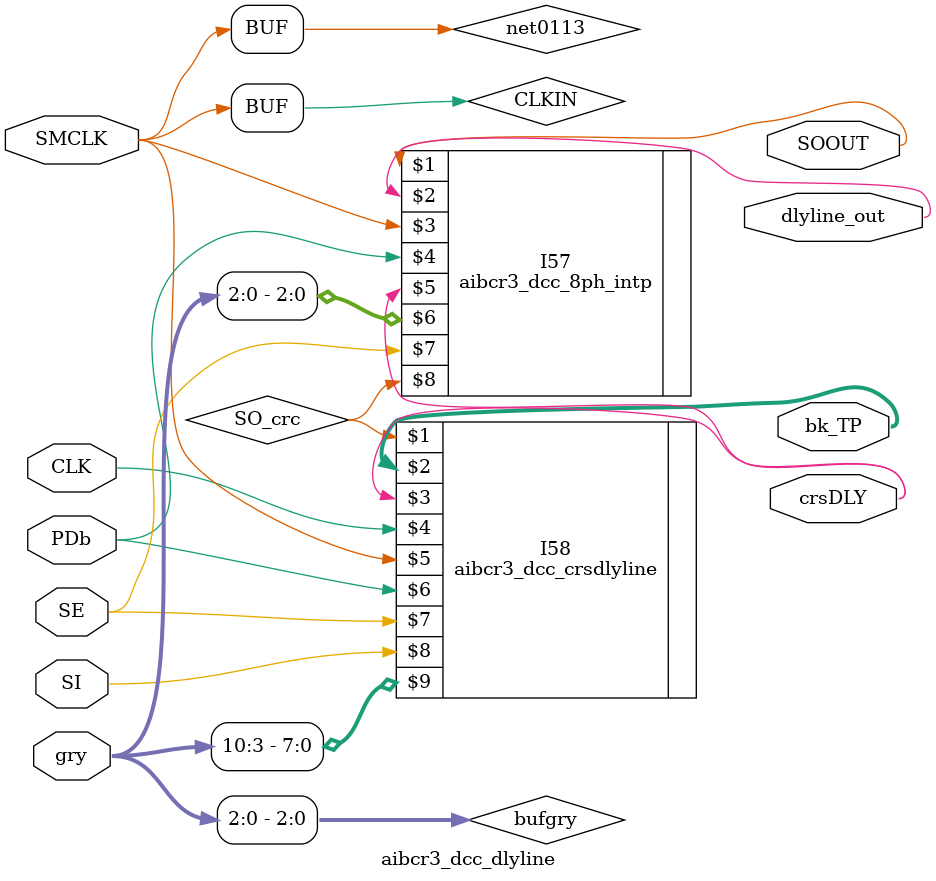
<source format=v>

`timescale 1ns / 1ns 

module aibcr3_dcc_dlyline ( SOOUT, bk_TP, crsDLY, dlyline_out, 
      CLK, PDb, SE, SI, SMCLK, gry );

output  SOOUT, crsDLY, dlyline_out;

input  CLK, PDb, SE, SI, SMCLK;

output [255:0]  bk_TP;

input [10:0]  gry;

// Buses in the design

wire  [2:0]  bufgry;

assign bufgry[2:0] = gry[2:0];
assign CLKIN = SMCLK;
assign net0113 = CLKIN;

aibcr3_dcc_8ph_intp I57 ( SOOUT, dlyline_out, net0113,
     PDb, crsDLY, bufgry[2:0], SE, SO_crc);
aibcr3_dcc_crsdlyline I58 ( SO_crc, bk_TP[255:0], crsDLY,  
     CLK, CLKIN, PDb, SE, SI, gry[10:3]);

endmodule

</source>
